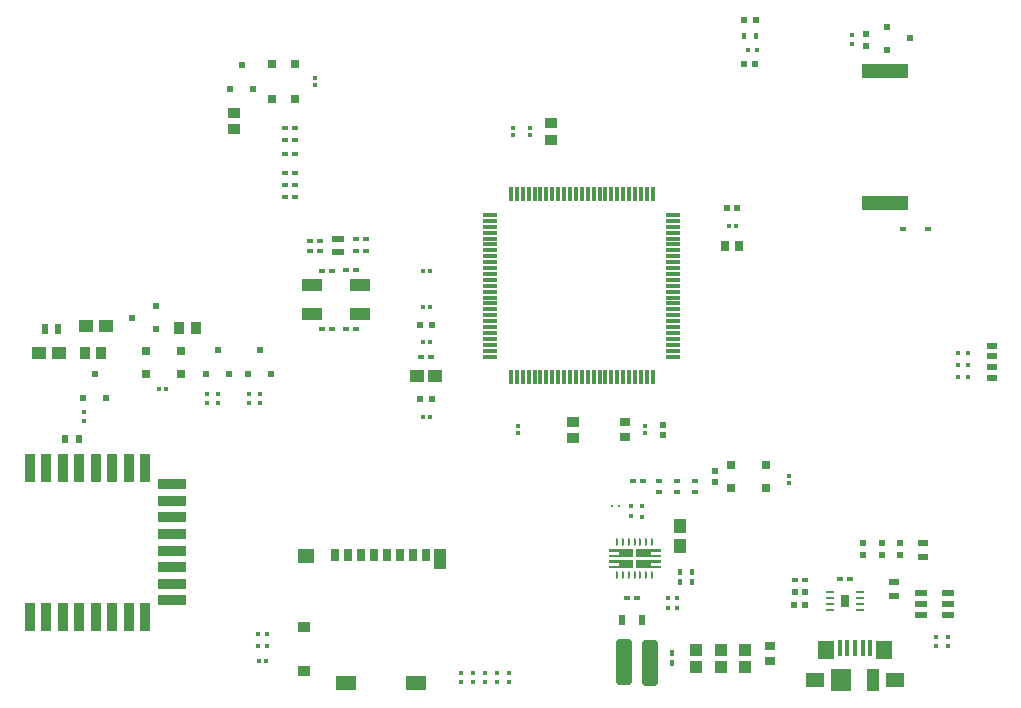
<source format=gtp>
G04*
G04 #@! TF.GenerationSoftware,Altium Limited,Altium Designer,21.1.1 (26)*
G04*
G04 Layer_Color=8421504*
%FSLAX44Y44*%
%MOMM*%
G71*
G04*
G04 #@! TF.SameCoordinates,6A85A449-59C4-447A-B511-F0FC370A597D*
G04*
G04*
G04 #@! TF.FilePolarity,Positive*
G04*
G01*
G75*
%ADD13R,0.5000X0.6000*%
%ADD14R,0.6000X0.5000*%
%ADD15R,0.6000X0.5000*%
%ADD16R,0.5000X0.6000*%
%ADD17R,1.1000X0.5000*%
%ADD18R,1.0000X0.9000*%
%ADD19R,0.6000X0.7500*%
%ADD20R,0.5500X0.5000*%
%ADD21R,0.5000X0.4500*%
%ADD22R,0.4500X0.4500*%
%ADD23R,0.6000X0.5500*%
%ADD24R,0.5500X0.5500*%
%ADD25R,0.4000X0.4500*%
%ADD26R,0.3500X0.4000*%
%ADD27R,0.3500X0.3500*%
%ADD28R,0.2500X0.2500*%
%ADD29R,1.8000X1.2500*%
%ADD30R,0.7500X1.0000*%
%ADD31R,1.1000X0.9000*%
%ADD32R,1.4500X1.2500*%
%ADD33R,1.0700X1.7000*%
%ADD34R,0.6500X1.0000*%
%ADD35R,0.5900X0.4500*%
%ADD36R,4.0000X1.2000*%
%ADD37R,0.8500X0.6000*%
%ADD38R,0.3000X1.2000*%
%ADD39R,1.2000X0.3000*%
%ADD40R,0.7000X0.6500*%
%ADD41R,1.0062X1.1051*%
%ADD42R,0.6153X0.5725*%
%ADD43R,0.4556X0.3612*%
%ADD44R,0.4500X0.6000*%
G04:AMPARAMS|DCode=45|XSize=0.6mm|YSize=0.24mm|CornerRadius=0.12mm|HoleSize=0mm|Usage=FLASHONLY|Rotation=270.000|XOffset=0mm|YOffset=0mm|HoleType=Round|Shape=RoundedRectangle|*
%AMROUNDEDRECTD45*
21,1,0.6000,0.0000,0,0,270.0*
21,1,0.3600,0.2400,0,0,270.0*
1,1,0.2400,0.0000,-0.1800*
1,1,0.2400,0.0000,0.1800*
1,1,0.2400,0.0000,0.1800*
1,1,0.2400,0.0000,-0.1800*
%
%ADD45ROUNDEDRECTD45*%
%ADD46R,0.7581X0.8121*%
%ADD47R,0.6250X0.8250*%
%ADD48R,0.5000X0.5000*%
%ADD49R,1.3061X1.0582*%
%ADD50R,1.0000X0.5000*%
%ADD51R,0.4500X1.3800*%
%ADD52R,1.4250X1.5500*%
%ADD53R,1.6500X1.3000*%
%ADD54R,1.8000X1.9000*%
%ADD55R,1.0000X1.9000*%
%ADD56R,0.7636X0.2048*%
%ADD57R,0.6874X1.0938*%
%ADD58R,2.3500X0.9000*%
%ADD59R,0.9000X2.3500*%
%ADD60R,1.1500X1.0000*%
%ADD61R,0.5500X0.9500*%
%ADD62R,0.4800X0.4400*%
G04:AMPARAMS|DCode=63|XSize=1.424mm|YSize=3.9mm|CornerRadius=0.331mm|HoleSize=0mm|Usage=FLASHONLY|Rotation=0.000|XOffset=0mm|YOffset=0mm|HoleType=Round|Shape=RoundedRectangle|*
%AMROUNDEDRECTD63*
21,1,1.4240,3.2380,0,0,0.0*
21,1,0.7620,3.9000,0,0,0.0*
1,1,0.6620,0.3810,-1.6190*
1,1,0.6620,-0.3810,-1.6190*
1,1,0.6620,-0.3810,1.6190*
1,1,0.6620,0.3810,1.6190*
%
%ADD63ROUNDEDRECTD63*%
%ADD64R,1.7000X1.1000*%
%ADD65R,1.0000X1.1500*%
%ADD66R,0.6000X0.4500*%
%ADD67R,0.8250X0.6250*%
%ADD68R,0.8121X0.7581*%
%ADD69R,0.3612X0.4556*%
%ADD70R,0.5725X0.6153*%
%ADD71R,0.4500X0.5000*%
%ADD72R,0.5500X0.5500*%
%ADD73R,0.4000X0.3500*%
%ADD74R,0.3500X0.3500*%
%ADD75R,0.5500X0.6000*%
%ADD76R,0.9000X1.0000*%
%ADD77R,0.6500X0.7000*%
G36*
X699360Y192760D02*
Y194760D01*
X707860D01*
Y197360D01*
X699360D01*
Y199360D01*
X720360D01*
Y192760D01*
X699360D01*
D01*
D02*
G37*
G36*
Y201960D02*
Y203960D01*
X707860D01*
Y206560D01*
X699360D01*
Y208560D01*
X720360D01*
Y201960D01*
X699360D01*
D01*
D02*
G37*
G36*
X743360Y208560D02*
Y206560D01*
X734860D01*
Y203960D01*
X743360D01*
Y201960D01*
X722360D01*
Y208560D01*
X743360D01*
D01*
D02*
G37*
G36*
Y199360D02*
Y197360D01*
X734860D01*
Y194760D01*
X743360D01*
Y192760D01*
X722360D01*
Y199360D01*
X743360D01*
D01*
D02*
G37*
D13*
X264170Y356710D02*
D03*
X273669Y336710D02*
D03*
X254670D02*
D03*
X368252Y377030D02*
D03*
X377752Y357030D02*
D03*
X358752D02*
D03*
D14*
X954877Y641328D02*
D03*
X934877Y631828D02*
D03*
Y650828D02*
D03*
X296070Y404908D02*
D03*
X316070Y414408D02*
D03*
D15*
Y395408D02*
D03*
D16*
X379127Y598330D02*
D03*
X398126D02*
D03*
X388626Y618330D02*
D03*
X403878Y377029D02*
D03*
X413378Y357029D02*
D03*
X394378D02*
D03*
D17*
X963860Y153060D02*
D03*
Y162560D02*
D03*
Y172060D02*
D03*
X986860D02*
D03*
Y162560D02*
D03*
Y153060D02*
D03*
D18*
X669290Y302880D02*
D03*
Y316880D02*
D03*
X382270Y578500D02*
D03*
Y564500D02*
D03*
X650664Y555610D02*
D03*
Y569610D02*
D03*
D19*
X251360Y302260D02*
D03*
X238860D02*
D03*
D20*
X865310Y172878D02*
D03*
X856810D02*
D03*
D21*
X723070Y167640D02*
D03*
X714570D02*
D03*
X903855Y183899D02*
D03*
X895355D02*
D03*
X865310Y182880D02*
D03*
X856810D02*
D03*
X425010Y564992D02*
D03*
X433510D02*
D03*
X425010Y554990D02*
D03*
X433510D02*
D03*
X425010Y543560D02*
D03*
X433510D02*
D03*
X425010Y527050D02*
D03*
X433510D02*
D03*
X425010Y516890D02*
D03*
X433510D02*
D03*
X425010Y506730D02*
D03*
X433510D02*
D03*
X728150Y266700D02*
D03*
X719650D02*
D03*
X493903Y471170D02*
D03*
X485403D02*
D03*
X493903Y461010D02*
D03*
X485403D02*
D03*
X540580Y371787D02*
D03*
X549080D02*
D03*
X485580Y444745D02*
D03*
X477080D02*
D03*
X485580Y394970D02*
D03*
X477080D02*
D03*
D22*
X727710Y245308D02*
D03*
Y236307D02*
D03*
D23*
X823650Y619760D02*
D03*
X814150D02*
D03*
D24*
X916940Y645080D02*
D03*
Y635080D02*
D03*
X946095Y203635D02*
D03*
Y213635D02*
D03*
X930470Y203635D02*
D03*
Y213635D02*
D03*
X914845Y203635D02*
D03*
Y213635D02*
D03*
D25*
X986790Y134620D02*
D03*
Y127120D02*
D03*
X976630D02*
D03*
Y134620D02*
D03*
D26*
X255270Y325060D02*
D03*
Y317560D02*
D03*
X905510Y643830D02*
D03*
Y636330D02*
D03*
X368300Y332800D02*
D03*
Y340300D02*
D03*
X359297Y340360D02*
D03*
Y332860D02*
D03*
X403860Y332800D02*
D03*
Y340300D02*
D03*
X394857D02*
D03*
Y332800D02*
D03*
D27*
X614680Y104330D02*
D03*
Y96330D02*
D03*
X718207Y245300D02*
D03*
Y237300D02*
D03*
X574040Y104330D02*
D03*
Y96330D02*
D03*
X584200Y104330D02*
D03*
Y96330D02*
D03*
X594360Y104330D02*
D03*
Y96330D02*
D03*
X604520Y104330D02*
D03*
Y96330D02*
D03*
D28*
X707850Y245110D02*
D03*
X701850D02*
D03*
D29*
X476635Y95735D02*
D03*
X536335D02*
D03*
D30*
X522985Y203985D02*
D03*
X511985D02*
D03*
X489985D02*
D03*
X533985D02*
D03*
X467985D02*
D03*
X478985D02*
D03*
X500985D02*
D03*
D31*
X441635Y105485D02*
D03*
Y142485D02*
D03*
D32*
X443385Y202735D02*
D03*
D33*
X556585Y200485D02*
D03*
D34*
X544485Y203985D02*
D03*
D35*
X969400Y480060D02*
D03*
X948300D02*
D03*
D36*
X933450Y613530D02*
D03*
Y501530D02*
D03*
D37*
X1023620Y381110D02*
D03*
Y354110D02*
D03*
Y363110D02*
D03*
Y372110D02*
D03*
D38*
X616673Y509300D02*
D03*
X621673D02*
D03*
X626673D02*
D03*
X631673D02*
D03*
X636673D02*
D03*
X641673D02*
D03*
X661673D02*
D03*
X666673D02*
D03*
X671673D02*
D03*
X676673D02*
D03*
X681673D02*
D03*
X686673D02*
D03*
X691673D02*
D03*
X696673D02*
D03*
X701673D02*
D03*
X706673D02*
D03*
X711673D02*
D03*
X716673D02*
D03*
X721673D02*
D03*
X726673D02*
D03*
X731673D02*
D03*
X736673D02*
D03*
Y354300D02*
D03*
X731673D02*
D03*
X726673D02*
D03*
X721673D02*
D03*
X716673D02*
D03*
X711673D02*
D03*
X706673D02*
D03*
X701673D02*
D03*
X696673D02*
D03*
X691673D02*
D03*
X686673D02*
D03*
X681673D02*
D03*
X676673D02*
D03*
X666673D02*
D03*
X661673D02*
D03*
X656673D02*
D03*
X651673D02*
D03*
X646673D02*
D03*
X641673D02*
D03*
X636673D02*
D03*
X631673D02*
D03*
X626673D02*
D03*
X621673D02*
D03*
X671673D02*
D03*
X651673Y509300D02*
D03*
X656673D02*
D03*
X646673D02*
D03*
X616673Y354300D02*
D03*
D39*
X754173Y491800D02*
D03*
Y486800D02*
D03*
Y481800D02*
D03*
Y476800D02*
D03*
X754173Y461800D02*
D03*
X754173Y456800D02*
D03*
Y451800D02*
D03*
Y446800D02*
D03*
X754173Y441800D02*
D03*
X754173Y436800D02*
D03*
Y431800D02*
D03*
Y426800D02*
D03*
Y421800D02*
D03*
Y416800D02*
D03*
Y411800D02*
D03*
Y406800D02*
D03*
Y401800D02*
D03*
Y386800D02*
D03*
Y381800D02*
D03*
Y376800D02*
D03*
Y371800D02*
D03*
X599173Y376800D02*
D03*
Y381800D02*
D03*
Y386800D02*
D03*
Y391800D02*
D03*
Y396800D02*
D03*
Y401800D02*
D03*
Y406800D02*
D03*
Y411800D02*
D03*
Y416800D02*
D03*
Y421800D02*
D03*
Y426800D02*
D03*
Y431800D02*
D03*
Y436800D02*
D03*
Y441800D02*
D03*
Y446800D02*
D03*
Y451800D02*
D03*
Y456800D02*
D03*
Y461800D02*
D03*
Y466800D02*
D03*
Y471800D02*
D03*
Y476800D02*
D03*
Y481800D02*
D03*
Y486800D02*
D03*
Y491800D02*
D03*
X754173Y396800D02*
D03*
Y391800D02*
D03*
X599173Y371800D02*
D03*
X754173Y471800D02*
D03*
Y466800D02*
D03*
D40*
X414680Y589770D02*
D03*
X433680Y619270D02*
D03*
X414680D02*
D03*
X433680Y589770D02*
D03*
D41*
X773430Y109178D02*
D03*
Y123190D02*
D03*
X815242Y109178D02*
D03*
Y123190D02*
D03*
X794336Y109178D02*
D03*
Y123190D02*
D03*
D42*
X799624Y497840D02*
D03*
X808195D02*
D03*
D43*
X547858Y383846D02*
D03*
X541802D02*
D03*
X409428Y114300D02*
D03*
X403372D02*
D03*
X324338Y344170D02*
D03*
X318282D02*
D03*
X547858Y444500D02*
D03*
X541802D02*
D03*
X547858Y414020D02*
D03*
X541802D02*
D03*
X800882Y482600D02*
D03*
X806938D02*
D03*
X547858Y320585D02*
D03*
X541802D02*
D03*
D44*
X823900Y643193D02*
D03*
X814400D02*
D03*
D45*
X716360Y214660D02*
D03*
X721360D02*
D03*
Y186660D02*
D03*
X716360D02*
D03*
X736360D02*
D03*
X731360D02*
D03*
X711360D02*
D03*
X706360D02*
D03*
Y214660D02*
D03*
X711360D02*
D03*
X726360Y186660D02*
D03*
X736360Y214660D02*
D03*
X731360D02*
D03*
X726360D02*
D03*
D46*
X797640Y465791D02*
D03*
X810180D02*
D03*
D47*
X233470Y394902D02*
D03*
X221970D02*
D03*
D48*
X549830Y398904D02*
D03*
X539830D02*
D03*
X549830Y335643D02*
D03*
X539830D02*
D03*
D49*
X552591Y355243D02*
D03*
X537069D02*
D03*
D50*
X469900Y460590D02*
D03*
Y471590D02*
D03*
D51*
X921050Y124700D02*
D03*
X914550D02*
D03*
X901550D02*
D03*
X908050D02*
D03*
X895050D02*
D03*
D52*
X883175Y123850D02*
D03*
X932925D02*
D03*
D53*
X874300Y98100D02*
D03*
X941800D02*
D03*
D54*
X896550D02*
D03*
D55*
X923550D02*
D03*
D56*
X886905Y157228D02*
D03*
X912305Y167388D02*
D03*
Y172468D02*
D03*
X886905Y167388D02*
D03*
X912305Y162309D02*
D03*
X886905Y172468D02*
D03*
Y162309D02*
D03*
X912305Y157228D02*
D03*
D57*
X899605Y164848D02*
D03*
D58*
X330120Y221630D02*
D03*
Y207630D02*
D03*
Y165630D02*
D03*
Y179630D02*
D03*
Y193630D02*
D03*
Y235630D02*
D03*
Y263630D02*
D03*
Y249630D02*
D03*
D59*
X251170Y151680D02*
D03*
X209170D02*
D03*
X265170Y277580D02*
D03*
X307170D02*
D03*
X237170D02*
D03*
X279170D02*
D03*
X293170D02*
D03*
X237170Y151680D02*
D03*
X223170D02*
D03*
X307170D02*
D03*
X251170Y277580D02*
D03*
X223170D02*
D03*
X209170D02*
D03*
X265170Y151680D02*
D03*
X279170D02*
D03*
X293170D02*
D03*
D60*
X273930Y397510D02*
D03*
X256930D02*
D03*
X233888Y374650D02*
D03*
X216888D02*
D03*
D61*
X727320Y148590D02*
D03*
X710320D02*
D03*
D62*
X457110Y394970D02*
D03*
X464910D02*
D03*
X454750Y469900D02*
D03*
X446950D02*
D03*
X454750Y460897D02*
D03*
X446950D02*
D03*
X464910Y444500D02*
D03*
X457110D02*
D03*
D63*
X734060Y112531D02*
D03*
X712470Y113030D02*
D03*
D64*
X448630Y408242D02*
D03*
X488630Y432243D02*
D03*
Y408242D02*
D03*
X448630Y432243D02*
D03*
D65*
X759460Y228210D02*
D03*
Y211210D02*
D03*
D66*
X741680Y257200D02*
D03*
Y266700D02*
D03*
X756920Y257200D02*
D03*
Y266700D02*
D03*
X772160Y257200D02*
D03*
Y266700D02*
D03*
D67*
X965200Y202530D02*
D03*
Y214030D02*
D03*
X941070Y181010D02*
D03*
Y169510D02*
D03*
D68*
X835618Y126424D02*
D03*
Y113884D02*
D03*
X713441Y303610D02*
D03*
Y316150D02*
D03*
D69*
X852170Y270998D02*
D03*
Y264942D02*
D03*
X450850Y601492D02*
D03*
Y607548D02*
D03*
X622300Y306852D02*
D03*
Y312908D02*
D03*
X730250Y306852D02*
D03*
Y312908D02*
D03*
X632605Y559582D02*
D03*
Y565638D02*
D03*
X618490Y559582D02*
D03*
Y565638D02*
D03*
D70*
X745490Y305595D02*
D03*
Y314165D02*
D03*
D71*
X769620Y181170D02*
D03*
Y189670D02*
D03*
X759618Y181170D02*
D03*
Y189670D02*
D03*
X753110Y112590D02*
D03*
Y121090D02*
D03*
D72*
X856060Y161875D02*
D03*
X866060D02*
D03*
X824150Y656695D02*
D03*
X814150D02*
D03*
D73*
X756920Y158637D02*
D03*
X749420D02*
D03*
X756920Y167640D02*
D03*
X749420D02*
D03*
X817150Y631190D02*
D03*
X824650D02*
D03*
X402650Y137160D02*
D03*
X410150D02*
D03*
Y127000D02*
D03*
X402650D02*
D03*
D74*
X1003490Y354330D02*
D03*
X995490D02*
D03*
X1003490Y364490D02*
D03*
X995490D02*
D03*
X1003490Y374650D02*
D03*
X995490D02*
D03*
D75*
X789569Y275260D02*
D03*
Y265760D02*
D03*
D76*
X255890Y374650D02*
D03*
X269890D02*
D03*
X349900Y396240D02*
D03*
X335900D02*
D03*
D77*
X803130Y280010D02*
D03*
X832630D02*
D03*
X803130Y261010D02*
D03*
X832630D02*
D03*
X337330Y357530D02*
D03*
X307830Y376530D02*
D03*
Y357530D02*
D03*
X337330Y376530D02*
D03*
M02*

</source>
